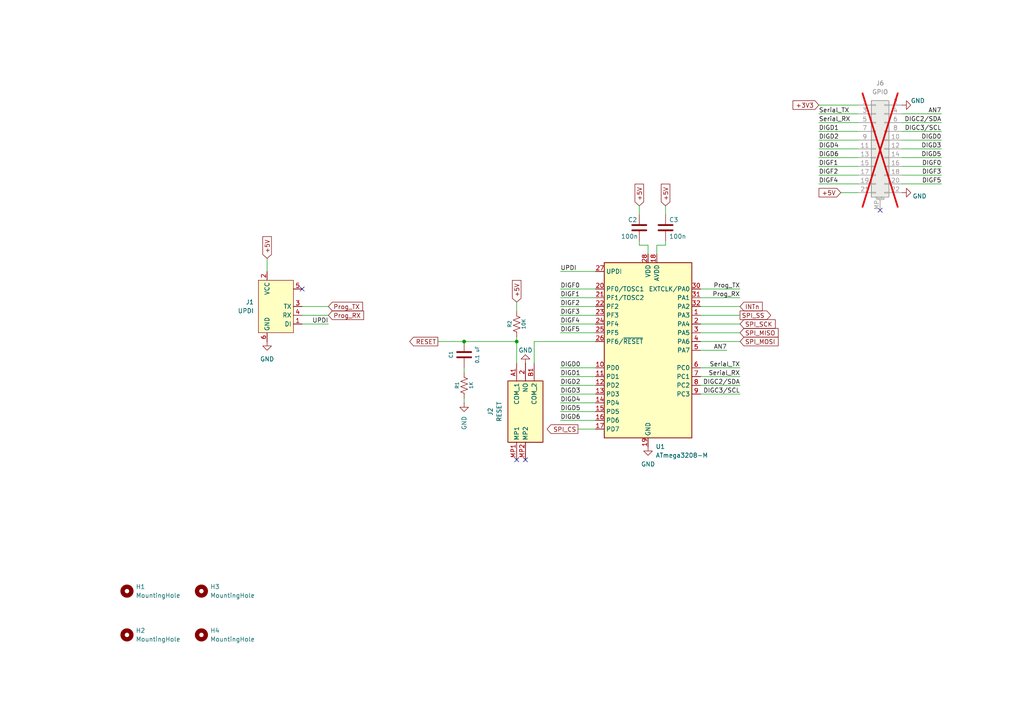
<source format=kicad_sch>
(kicad_sch (version 20231120) (generator "eeschema") (generator_version "8.0")
  (paper "A4")
  (lib_symbols
    (symbol "Buttons_Switches:EVP-AEDB2A"
      (property "Reference" "J" (at 24.13 7.62 0))
      (property "Value" "EVP-AEDB2A" (at 24.13 5.08 0))
      (symbol "EVP-AEDB2A_1_1"
        (rectangle (start 5.08 2.54) (end 22.86 -7.62) (stroke (width 0.254)) (fill (type background)))
        (pin passive line (at 27.94 -2.54 180) (length 5.08) (name "NO") (number "2"))
        (pin passive line (at 27.94 0 180) (length 5.08) (name "COM_1") (number "A1"))
        (pin passive line (at 27.94 -5.08 180) (length 5.08) (name "COM_2") (number "B1"))
        (pin passive line (at 0 0 0) (length 5.08) (name "MP1") (number "MP1"))
        (pin passive line (at 0 -2.54 0) (length 5.08) (name "MP2") (number "MP2"))
      )
    )
    (symbol "Connector:Conn_ARM_SWD_TagConnect_TC2030-NL" (in_bom no)
      (property "Reference" "J1" (at -6.35 1.2701 0))
      (property "Value" "UPDI" (at -6.35 -1.2699 0))
      (symbol "Conn_ARM_SWD_TagConnect_TC2030-NL_0_0"
        (pin bidirectional line (at 7.62 -5.08 180) (length 2.54) (name "DI") (number "1"))
        (pin power_in line (at -2.54 10.16 270) (length 2.54) (name "VCC") (number "2"))
        (pin output line (at 7.62 0 180) (length 2.54) (name "TX") (number "3"))
        (pin input line (at 7.62 -2.54 180) (length 2.54) (name "RX") (number "4"))
        (pin open_collector line (at 7.62 5.08 180) (length 2.54) (name "~") (number "5"))
        (pin power_in line (at -2.54 -10.16 90) (length 2.54) (name "GND") (number "6"))
      )
      (symbol "Conn_ARM_SWD_TagConnect_TC2030-NL_0_1"
        (rectangle (start -5.08 7.62) (end 5.08 -7.62) (fill (type background)))
      )
    )
    (symbol "Connector_Generic_MountingPin:Conn_02x11_Odd_Even_MountingPin" (pin_names (offset 1.016) hide)
      (property "Reference" "J" (at 1.27 15.24 0))
      (property "Value" "Conn_02x11_Odd_Even_MountingPin" (at 2.54 -15.24 0))
      (symbol "Conn_02x11_Odd_Even_MountingPin_1_1"
        (rectangle (start -1.27 -12.573) (end 0 -12.827) (stroke (width 0.1524)))
        (rectangle (start -1.27 -10.033) (end 0 -10.287) (stroke (width 0.1524)))
        (rectangle (start -1.27 -7.493) (end 0 -7.747) (stroke (width 0.1524)))
        (rectangle (start -1.27 -4.953) (end 0 -5.207) (stroke (width 0.1524)))
        (rectangle (start -1.27 -2.413) (end 0 -2.667) (stroke (width 0.1524)))
        (rectangle (start -1.27 0.127) (end 0 -0.127) (stroke (width 0.1524)))
        (rectangle (start -1.27 2.667) (end 0 2.413) (stroke (width 0.1524)))
        (rectangle (start -1.27 5.207) (end 0 4.953) (stroke (width 0.1524)))
        (rectangle (start -1.27 7.747) (end 0 7.493) (stroke (width 0.1524)))
        (rectangle (start -1.27 10.287) (end 0 10.033) (stroke (width 0.1524)))
        (rectangle (start -1.27 12.827) (end 0 12.573) (stroke (width 0.1524)))
        (rectangle (start -1.27 13.97) (end 3.81 -13.97) (stroke (width 0.254)) (fill (type background)))
        (polyline (pts (xy 0.254 -14.732) (xy 2.286 -14.732)) (stroke (width 0.1524)))
        (rectangle (start 3.81 -12.573) (end 2.54 -12.827) (stroke (width 0.1524)))
        (rectangle (start 3.81 -10.033) (end 2.54 -10.287) (stroke (width 0.1524)))
        (rectangle (start 3.81 -7.493) (end 2.54 -7.747) (stroke (width 0.1524)))
        (rectangle (start 3.81 -4.953) (end 2.54 -5.207) (stroke (width 0.1524)))
        (rectangle (start 3.81 -2.413) (end 2.54 -2.667) (stroke (width 0.1524)))
        (rectangle (start 3.81 0.127) (end 2.54 -0.127) (stroke (width 0.1524)))
        (rectangle (start 3.81 2.667) (end 2.54 2.413) (stroke (width 0.1524)))
        (rectangle (start 3.81 5.207) (end 2.54 4.953) (stroke (width 0.1524)))
        (rectangle (start 3.81 7.747) (end 2.54 7.493) (stroke (width 0.1524)))
        (rectangle (start 3.81 10.287) (end 2.54 10.033) (stroke (width 0.1524)))
        (rectangle (start 3.81 12.827) (end 2.54 12.573) (stroke (width 0.1524)))
        (text "Mounting" (at 1.27 -14.351 0) (effects (font (size 0.381 0.381))))
        (pin passive line (at -5.08 12.7 0) (length 3.81) (name "Pin_1") (number "1"))
        (pin passive line (at 7.62 2.54 180) (length 3.81) (name "Pin_10") (number "10"))
        (pin passive line (at -5.08 0 0) (length 3.81) (name "Pin_11") (number "11"))
        (pin passive line (at 7.62 0 180) (length 3.81) (name "Pin_12") (number "12"))
        (pin passive line (at -5.08 -2.54 0) (length 3.81) (name "Pin_13") (number "13"))
        (pin passive line (at 7.62 -2.54 180) (length 3.81) (name "Pin_14") (number "14"))
        (pin passive line (at -5.08 -5.08 0) (length 3.81) (name "Pin_15") (number "15"))
        (pin passive line (at 7.62 -5.08 180) (length 3.81) (name "Pin_16") (number "16"))
        (pin passive line (at -5.08 -7.62 0) (length 3.81) (name "Pin_17") (number "17"))
        (pin passive line (at 7.62 -7.62 180) (length 3.81) (name "Pin_18") (number "18"))
        (pin passive line (at -5.08 -10.16 0) (length 3.81) (name "Pin_19") (number "19"))
        (pin passive line (at 7.62 12.7 180) (length 3.81) (name "Pin_2") (number "2"))
        (pin passive line (at 7.62 -10.16 180) (length 3.81) (name "Pin_20") (number "20"))
        (pin passive line (at -5.08 -12.7 0) (length 3.81) (name "Pin_21") (number "21"))
        (pin passive line (at 7.62 -12.7 180) (length 3.81) (name "Pin_22") (number "22"))
        (pin passive line (at -5.08 10.16 0) (length 3.81) (name "Pin_3") (number "3"))
        (pin passive line (at 7.62 10.16 180) (length 3.81) (name "Pin_4") (number "4"))
        (pin passive line (at -5.08 7.62 0) (length 3.81) (name "Pin_5") (number "5"))
        (pin passive line (at 7.62 7.62 180) (length 3.81) (name "Pin_6") (number "6"))
        (pin passive line (at -5.08 5.08 0) (length 3.81) (name "Pin_7") (number "7"))
        (pin passive line (at 7.62 5.08 180) (length 3.81) (name "Pin_8") (number "8"))
        (pin passive line (at -5.08 2.54 0) (length 3.81) (name "Pin_9") (number "9"))
        (pin passive line (at 1.27 -17.78 90) (length 3.048) (name "MountPin") (number "MP"))
      )
    )
    (symbol "Device:C" (pin_numbers hide) (pin_names (offset 0.254))
      (property "Reference" "C" (at 0.635 2.54 0))
      (property "Value" "C" (at 0.635 -2.54 0))
      (symbol "C_0_1"
        (polyline (pts (xy -2.032 -0.762) (xy 2.032 -0.762)) (stroke (width 0.508)))
        (polyline (pts (xy -2.032 0.762) (xy 2.032 0.762)) (stroke (width 0.508)))
      )
      (symbol "C_1_1"
        (pin passive line (at 0 3.81 270) (length 2.794) (name "~") (number "1"))
        (pin passive line (at 0 -3.81 90) (length 2.794) (name "~") (number "2"))
      )
    )
    (symbol "Device:R_US" (pin_numbers hide) (pin_names (offset 0))
      (property "Reference" "R" (at 2.54 0 90))
      (property "Value" "R_US" (at -2.54 0 90))
      (symbol "R_US_0_1"
        (polyline (pts (xy 0 -2.286) (xy 0 -2.54)))
        (polyline (pts (xy 0 2.286) (xy 0 2.54)))
        (polyline (pts (xy 0 -0.762) (xy 1.016 -1.143) (xy 0 -1.524) (xy -1.016 -1.905) (xy 0 -2.286)))
        (polyline (pts (xy 0 0.762) (xy 1.016 0.381) (xy 0 0) (xy -1.016 -0.381) (xy 0 -0.762)))
        (polyline (pts (xy 0 2.286) (xy 1.016 1.905) (xy 0 1.524) (xy -1.016 1.143) (xy 0 0.762)))
      )
      (symbol "R_US_1_1"
        (pin passive line (at 0 3.81 270) (length 1.27) (name "~") (number "1"))
        (pin passive line (at 0 -3.81 90) (length 1.27) (name "~") (number "2"))
      )
    )
    (symbol "MCU_Microchip_ATmega:ATmega3208-M"
      (property "Reference" "U" (at -12.7 26.67 0))
      (property "Value" "ATmega3208-M" (at 2.54 -26.67 0))
      (symbol "ATmega3208-M_0_1"
        (rectangle (start -12.7 -25.4) (end 12.7 25.4) (stroke (width 0.254)) (fill (type background)))
      )
      (symbol "ATmega3208-M_1_1"
        (pin bidirectional line (at 15.24 10.16 180) (length 2.54) (name "PA3") (number "1"))
        (pin bidirectional line (at -15.24 -5.08 0) (length 2.54) (name "PD0") (number "10"))
        (pin bidirectional line (at -15.24 -7.62 0) (length 2.54) (name "PD1") (number "11"))
        (pin bidirectional line (at -15.24 -10.16 0) (length 2.54) (name "PD2") (number "12"))
        (pin bidirectional line (at -15.24 -12.7 0) (length 2.54) (name "PD3") (number "13"))
        (pin bidirectional line (at -15.24 -15.24 0) (length 2.54) (name "PD4") (number "14"))
        (pin bidirectional line (at -15.24 -17.78 0) (length 2.54) (name "PD5") (number "15"))
        (pin bidirectional line (at -15.24 -20.32 0) (length 2.54) (name "PD6") (number "16"))
        (pin bidirectional line (at -15.24 -22.86 0) (length 2.54) (name "PD7") (number "17"))
        (pin power_in line (at 2.54 27.94 270) (length 2.54) (name "AVDD") (number "18"))
        (pin power_in line (at 0 -27.94 90) (length 2.54) (name "GND") (number "19"))
        (pin bidirectional line (at 15.24 7.62 180) (length 2.54) (name "PA4") (number "2"))
        (pin bidirectional line (at -15.24 17.78 0) (length 2.54) (name "PF0/TOSC1") (number "20"))
        (pin bidirectional line (at -15.24 15.24 0) (length 2.54) (name "PF1/TOSC2") (number "21"))
        (pin bidirectional line (at -15.24 12.7 0) (length 2.54) (name "PF2") (number "22"))
        (pin bidirectional line (at -15.24 10.16 0) (length 2.54) (name "PF3") (number "23"))
        (pin bidirectional line (at -15.24 7.62 0) (length 2.54) (name "PF4") (number "24"))
        (pin bidirectional line (at -15.24 5.08 0) (length 2.54) (name "PF5") (number "25"))
        (pin bidirectional line (at -15.24 2.54 0) (length 2.54) (name "PF6/~{RESET}") (number "26"))
        (pin bidirectional line (at -15.24 22.86 0) (length 2.54) (name "UPDI") (number "27"))
        (pin power_in line (at 0 27.94 270) (length 2.54) (name "VDD") (number "28"))
        (pin passive line (at 0 -27.94 90) (length 2.54) hide (name "GND") (number "29"))
        (pin bidirectional line (at 15.24 5.08 180) (length 2.54) (name "PA5") (number "3"))
        (pin bidirectional line (at 15.24 17.78 180) (length 2.54) (name "EXTCLK/PA0") (number "30"))
        (pin bidirectional line (at 15.24 15.24 180) (length 2.54) (name "PA1") (number "31"))
        (pin bidirectional line (at 15.24 12.7 180) (length 2.54) (name "PA2") (number "32"))
        (pin passive line (at 0 -27.94 90) (length 2.54) hide (name "GND") (number "33"))
        (pin bidirectional line (at 15.24 2.54 180) (length 2.54) (name "PA6") (number "4"))
        (pin bidirectional line (at 15.24 0 180) (length 2.54) (name "PA7") (number "5"))
        (pin bidirectional line (at 15.24 -5.08 180) (length 2.54) (name "PC0") (number "6"))
        (pin bidirectional line (at 15.24 -7.62 180) (length 2.54) (name "PC1") (number "7"))
        (pin bidirectional line (at 15.24 -10.16 180) (length 2.54) (name "PC2") (number "8"))
        (pin bidirectional line (at 15.24 -12.7 180) (length 2.54) (name "PC3") (number "9"))
      )
    )
    (symbol "Mechanical:MountingHole" (pin_names (offset 1.016)) (exclude_from_sim yes) (in_bom no)
      (property "Reference" "H" (at 0 5.08 0))
      (property "Value" "MountingHole" (at 0 3.175 0))
      (symbol "MountingHole_0_1"
        (circle (center 0 0) (radius 1.27) (stroke (width 1.27)))
      )
    )
    (symbol "power:GND" (power) (pin_numbers hide) (pin_names (offset 0) hide)
      (property "Value" "GND" (at 0 -3.81 0))
      (symbol "GND_0_1"
        (polyline (pts (xy 0 0) (xy 0 -1.27) (xy 1.27 -1.27) (xy 0 -2.54) (xy -1.27 -1.27) (xy 0 -1.27)))
      )
      (symbol "GND_1_1"
        (pin power_in line (at 0 0 270) (length 0) (name "~") (number "1"))
      )
    )
  )
  (junction (at 134.62 99.06))
  (junction (at 149.86 99.06))
  (no_connect (at 152.4 133.35))
  (no_connect (at 255.27 60.96))
  (no_connect (at 87.63 83.82))
  (no_connect (at 149.86 133.35))
  (wire (pts (xy 203.2 93.98) (xy 214.63 93.98)))
  (wire (pts (xy 149.86 97.79) (xy 149.86 99.06)))
  (wire (pts (xy 203.2 111.76) (xy 214.63 111.76)))
  (wire (pts (xy 127 99.06) (xy 134.62 99.06)))
  (wire (pts (xy 273.05 45.72) (xy 261.62 45.72)))
  (wire (pts (xy 162.56 106.68) (xy 172.72 106.68)))
  (wire (pts (xy 185.42 71.12) (xy 187.96 71.12)))
  (wire (pts (xy 154.94 99.06) (xy 154.94 105.41)))
  (wire (pts (xy 203.2 86.36) (xy 214.63 86.36)))
  (wire (pts (xy 203.2 106.68) (xy 214.63 106.68)))
  (wire (pts (xy 185.42 69.85) (xy 185.42 71.12)))
  (wire (pts (xy 203.2 114.3) (xy 214.63 114.3)))
  (wire (pts (xy 203.2 101.6) (xy 210.82 101.6)))
  (wire (pts (xy 87.63 93.98) (xy 95.25 93.98)))
  (wire (pts (xy 162.56 86.36) (xy 172.72 86.36)))
  (wire (pts (xy 149.86 99.06) (xy 149.86 105.41)))
  (wire (pts (xy 261.62 33.02) (xy 273.05 33.02)))
  (wire (pts (xy 162.56 111.76) (xy 172.72 111.76)))
  (wire (pts (xy 162.56 91.44) (xy 172.72 91.44)))
  (wire (pts (xy 193.04 71.12) (xy 193.04 69.85)))
  (wire (pts (xy 237.49 53.34) (xy 248.92 53.34)))
  (wire (pts (xy 203.2 99.06) (xy 214.63 99.06)))
  (wire (pts (xy 134.62 99.06) (xy 149.86 99.06)))
  (wire (pts (xy 190.5 71.12) (xy 190.5 73.66)))
  (wire (pts (xy 162.56 93.98) (xy 172.72 93.98)))
  (wire (pts (xy 237.49 38.1) (xy 248.92 38.1)))
  (wire (pts (xy 162.56 119.38) (xy 172.72 119.38)))
  (wire (pts (xy 273.05 40.64) (xy 261.62 40.64)))
  (wire (pts (xy 77.47 74.93) (xy 77.47 78.74)))
  (wire (pts (xy 203.2 91.44) (xy 214.63 91.44)))
  (wire (pts (xy 154.94 99.06) (xy 172.72 99.06)))
  (wire (pts (xy 273.05 43.18) (xy 261.62 43.18)))
  (wire (pts (xy 87.63 91.44) (xy 95.25 91.44)))
  (wire (pts (xy 273.05 53.34) (xy 261.62 53.34)))
  (wire (pts (xy 162.56 88.9) (xy 172.72 88.9)))
  (wire (pts (xy 193.04 59.69) (xy 193.04 62.23)))
  (wire (pts (xy 187.96 71.12) (xy 187.96 73.66)))
  (wire (pts (xy 273.05 48.26) (xy 261.62 48.26)))
  (wire (pts (xy 162.56 109.22) (xy 172.72 109.22)))
  (wire (pts (xy 185.42 59.69) (xy 185.42 62.23)))
  (wire (pts (xy 203.2 96.52) (xy 214.63 96.52)))
  (wire (pts (xy 167.64 124.46) (xy 172.72 124.46)))
  (wire (pts (xy 261.62 38.1) (xy 273.05 38.1)))
  (wire (pts (xy 248.92 33.02) (xy 237.49 33.02)))
  (wire (pts (xy 203.2 88.9) (xy 214.63 88.9)))
  (wire (pts (xy 190.5 71.12) (xy 193.04 71.12)))
  (wire (pts (xy 162.56 96.52) (xy 172.72 96.52)))
  (wire (pts (xy 162.56 114.3) (xy 172.72 114.3)))
  (wire (pts (xy 237.49 43.18) (xy 248.92 43.18)))
  (wire (pts (xy 203.2 109.22) (xy 214.63 109.22)))
  (wire (pts (xy 248.92 30.48) (xy 237.49 30.48)))
  (wire (pts (xy 237.49 40.64) (xy 248.92 40.64)))
  (wire (pts (xy 149.86 87.63) (xy 149.86 90.17)))
  (wire (pts (xy 162.56 121.92) (xy 172.72 121.92)))
  (wire (pts (xy 237.49 45.72) (xy 248.92 45.72)))
  (wire (pts (xy 87.63 88.9) (xy 95.25 88.9)))
  (wire (pts (xy 162.56 83.82) (xy 172.72 83.82)))
  (wire (pts (xy 203.2 83.82) (xy 214.63 83.82)))
  (wire (pts (xy 162.56 116.84) (xy 172.72 116.84)))
  (wire (pts (xy 162.56 78.74) (xy 172.72 78.74)))
  (wire (pts (xy 134.62 107.95) (xy 134.62 106.68)))
  (wire (pts (xy 243.84 55.88) (xy 248.92 55.88)))
  (wire (pts (xy 237.49 50.8) (xy 248.92 50.8)))
  (wire (pts (xy 134.62 115.57) (xy 134.62 116.84)))
  (wire (pts (xy 273.05 50.8) (xy 261.62 50.8)))
  (wire (pts (xy 237.49 48.26) (xy 248.92 48.26)))
  (wire (pts (xy 261.62 35.56) (xy 273.05 35.56)))
  (wire (pts (xy 248.92 35.56) (xy 237.49 35.56)))
  (label "DIGC2/SDA" (at 273.05 35.56 180))
  (label "AN7" (at 210.82 101.6 180))
  (label "DIGD4" (at 237.49 43.18 0))
  (label "DIGF4" (at 162.56 93.98 0))
  (label "Prog_RX" (at 214.63 86.36 180))
  (label "DIGC3/SCL" (at 273.05 38.1 180))
  (label "Serial_TX" (at 237.49 33.02 0))
  (label "AN7" (at 273.05 33.02 180))
  (label "DIGD0" (at 273.05 40.64 180))
  (label "DIGF3" (at 162.56 91.44 0))
  (label "DIGF3" (at 273.05 50.8 180))
  (label "DIGD4" (at 162.56 116.84 0))
  (label "DIGD6" (at 162.56 121.92 0))
  (label "DIGD0" (at 162.56 106.68 0))
  (label "Serial_RX" (at 214.63 109.22 180))
  (label "DIGF4" (at 237.49 53.34 0))
  (label "DIGD2" (at 237.49 40.64 0))
  (label "DIGD3" (at 162.56 114.3 0))
  (label "DIGF0" (at 273.05 48.26 180))
  (label "DIGF5" (at 162.56 96.52 0))
  (label "Prog_TX" (at 214.63 83.82 180))
  (label "UPDI" (at 95.25 93.98 180))
  (label "DIGC3/SCL" (at 214.63 114.3 180))
  (label "DIGF2" (at 162.56 88.9 0))
  (label "DIGD2" (at 162.56 111.76 0))
  (label "DIGD1" (at 237.49 38.1 0))
  (label "DIGD6" (at 237.49 45.72 0))
  (label "DIGC2/SDA" (at 214.63 111.76 180))
  (label "DIGF5" (at 273.05 53.34 180))
  (label "DIGF1" (at 237.49 48.26 0))
  (label "Serial_TX" (at 214.63 106.68 180))
  (label "DIGD3" (at 273.05 43.18 180))
  (label "DIGD5" (at 162.56 119.38 0))
  (label "DIGD1" (at 162.56 109.22 0))
  (label "DIGD5" (at 273.05 45.72 180))
  (label "DIGF1" (at 162.56 86.36 0))
  (label "Serial_RX" (at 237.49 35.56 0))
  (label "DIGF2" (at 237.49 50.8 0))
  (label "UPDI" (at 162.56 78.74 0))
  (label "DIGF0" (at 162.56 83.82 0))
  (global_label "SPI_SS" (shape output) (at 214.63 91.44 0) (property "Intersheetrefs" "${INTERSHEET_REFS}" (effects (hide yes))))
  (global_label "Prog_RX" (shape input) (at 95.25 91.44 0) (property "Intersheetrefs" "${INTERSHEET_REFS}" (effects (hide yes))))
  (global_label "+5V" (shape input) (at 77.47 74.93 90) (property "Intersheetrefs" "${INTERSHEET_REFS}" (effects (hide yes))))
  (global_label "Prog_TX" (shape input) (at 95.25 88.9 0) (property "Intersheetrefs" "${INTERSHEET_REFS}" (effects (hide yes))))
  (global_label "+5V" (shape input) (at 243.84 55.88 180) (property "Intersheetrefs" "${INTERSHEET_REFS}" (effects (hide yes))))
  (global_label "+5V" (shape input) (at 149.86 87.63 90) (property "Intersheetrefs" "${INTERSHEET_REFS}" (effects (hide yes))))
  (global_label "RESET" (shape output) (at 127 99.06 180) (property "Intersheetrefs" "${INTERSHEET_REFS}" (effects (hide yes))))
  (global_label "+5V" (shape input) (at 193.04 59.69 90) (property "Intersheetrefs" "${INTERSHEET_REFS}" (effects (hide yes))))
  (global_label "SPI_MISO" (shape input) (at 214.63 96.52 0) (property "Intersheetrefs" "${INTERSHEET_REFS}" (effects (hide yes))))
  (global_label "+3V3" (shape input) (at 237.49 30.48 180) (property "Intersheetrefs" "${INTERSHEET_REFS}" (effects (hide yes))))
  (global_label "+5V" (shape input) (at 185.42 59.69 90) (property "Intersheetrefs" "${INTERSHEET_REFS}" (effects (hide yes))))
  (global_label "INTn" (shape input) (at 214.63 88.9 0) (property "Intersheetrefs" "${INTERSHEET_REFS}" (effects (hide yes))))
  (global_label "SPI_MOSI" (shape input) (at 214.63 99.06 0) (property "Intersheetrefs" "${INTERSHEET_REFS}" (effects (hide yes))))
  (global_label "SPI_CS" (shape output) (at 167.64 124.46 180) (property "Intersheetrefs" "${INTERSHEET_REFS}" (effects (hide yes))))
  (global_label "SPI_SCK" (shape input) (at 214.63 93.98 0) (property "Intersheetrefs" "${INTERSHEET_REFS}" (effects (hide yes))))
  (symbol (lib_id "power:GND") (at 152.4 105.41 180) (unit 1)
    (property "Reference" "#PWR03" (effects (hide yes)))
    (property "Value" "GND" (at 150.368 101.6 0) (effects (justify right)))
    (property "Description" "Power symbol creates a global label with name \"GND\" , ground" (effects (hide yes)))
  )
  (symbol (lib_id "Connector:Conn_ARM_SWD_TagConnect_TC2030-NL") (at 80.01 88.9 0) (unit 1) (in_bom no)
    (property "Reference" "J1" (at 73.66 87.6299 0) (effects (justify right)))
    (property "Value" "UPDI" (at 73.66 90.1699 0) (effects (justify right)))
    (property "Footprint" "Connector:Tag-Connect_TC2030-IDC-NL_2x03_P1.27mm_Vertical" (effects (hide yes)))
    (property "Datasheet" "https://www.tag-connect.com/wp-content/uploads/bsk-pdf-manager/TC2030-CTX_1.pdf" (effects (hide yes)))
    (property "Description" "Tag-Connect ARM Cortex SWD JTAG connector, 6 pin, no legs" (effects (hide yes)))
  )
  (symbol (lib_id "Device:C") (at 185.42 66.04 0) (unit 1)
    (property "Reference" "C2" (at 182.118 63.754 0) (effects (justify left)))
    (property "Value" "100n" (at 180.086 68.58 0) (effects (justify left)))
    (property "Footprint" "Capacitor_SMD:C_0402_1005Metric_Pad0.74x0.62mm_HandSolder" (effects (hide yes)))
    (property "Description" "Unpolarized capacitor" (effects (hide yes)))
  )
  (symbol (lib_id "power:GND") (at 187.96 129.54 0) (unit 1)
    (property "Reference" "#PWR04" (effects (hide yes)))
    (property "Value" "GND" (at 187.96 134.62 0))
    (property "Description" "Power symbol creates a global label with name \"GND\" , ground" (effects (hide yes)))
  )
  (symbol (lib_id "Connector_Generic_MountingPin:Conn_02x11_Odd_Even_MountingPin") (at 254 43.18 0) (unit 1) (dnp yes)
    (property "Reference" "J6" (at 255.27 24.13 0))
    (property "Value" "GPIO" (at 255.27 26.67 0))
    (property "Footprint" "Connector_PinHeader_2.54mm:PinHeader_2x11_P2.54mm_Vertical" (effects (hide yes)))
    (property "Description" "Generic connectable mounting pin connector, double row, 02x11, odd/even pin numbering scheme (row 1 odd numbers, row 2 even numbers), script generated (kicad-library-utils/schlib/autogen/connector/)" (effects (hide yes)))
  )
  (symbol (lib_id "Device:C") (at 134.62 102.87 180) (unit 1)
    (property "Reference" "C1" (at 130.81 102.87 90) (effects (font (size 1.016 1.016))))
    (property "Value" "0.1 uF" (at 138.43 102.87 90) (effects (font (size 1.016 1.016))))
    (property "Footprint" "Capacitor_SMD:C_0402_1005Metric_Pad0.74x0.62mm_HandSolder" (effects (hide yes)))
    (property "Datasheet" "http://images.ihscontent.net/vipimages/VipMasterIC/IC/KEME/KEMES10043/KEMES10043-1.pdf" (effects (hide yes)))
    (property "Description" "ATMEGA328P Reset Cap" (effects (hide yes)))
    (property "Characteristics" "CAPACITOR, CERAMIC, MULTILAYER, 100 V, X7R, 0.1 uF, SURFACE MOUNT, 0805, CHIP, ROHS COMPLIANT" (effects (hide yes)))
    (property "MFN" "Kemet" (effects (hide yes)))
    (property "Package ID" "SMD_0805" (effects (hide yes)))
    (property "Source" "ANY" (effects (hide yes)))
    (property "Critical" "N" (effects (hide yes)))
    (property "Subsystem" "328P_Sub" (effects (hide yes)))
    (property "MPN" "C0805C104K1RACAUTO" (effects (hide yes)))
  )
  (symbol (lib_id "Mechanical:MountingHole") (at 36.83 171.45 0) (unit 1) (exclude_from_sim yes) (in_bom no)
    (property "Reference" "H1" (at 39.37 170.1799 0) (effects (justify left)))
    (property "Value" "MountingHole" (at 39.37 172.7199 0) (effects (justify left)))
    (property "Footprint" "MountingPoints:RPI_MountingHole" (effects (hide yes)))
    (property "Description" "Mounting Hole without connection" (effects (hide yes)))
  )
  (symbol (lib_id "power:GND") (at 261.62 30.48 90) (unit 1)
    (property "Reference" "#PWR022" (effects (hide yes)))
    (property "Value" "GND" (at 264.16 29.21 90) (effects (justify right)))
    (property "Description" "Power symbol creates a global label with name \"GND\" , ground" (effects (hide yes)))
  )
  (symbol (lib_id "Mechanical:MountingHole") (at 36.83 184.15 0) (unit 1) (exclude_from_sim yes) (in_bom no)
    (property "Reference" "H2" (at 39.37 182.8799 0) (effects (justify left)))
    (property "Value" "MountingHole" (at 39.37 185.4199 0) (effects (justify left)))
    (property "Footprint" "MountingPoints:RPI_MountingHole" (effects (hide yes)))
    (property "Description" "Mounting Hole without connection" (effects (hide yes)))
  )
  (symbol (lib_id "power:GND") (at 77.47 99.06 0) (unit 1)
    (property "Reference" "#PWR01" (effects (hide yes)))
    (property "Value" "GND" (at 77.47 104.14 0))
    (property "Description" "Power symbol creates a global label with name \"GND\" , ground" (effects (hide yes)))
  )
  (symbol (lib_id "power:GND") (at 261.62 55.88 90) (unit 1)
    (property "Reference" "#PWR023" (effects (hide yes)))
    (property "Value" "GND" (at 264.668 56.896 90) (effects (justify right)))
    (property "Description" "Power symbol creates a global label with name \"GND\" , ground" (effects (hide yes)))
  )
  (symbol (lib_id "Mechanical:MountingHole") (at 58.42 171.45 0) (unit 1) (exclude_from_sim yes) (in_bom no)
    (property "Reference" "H3" (at 60.96 170.1799 0) (effects (justify left)))
    (property "Value" "MountingHole" (at 60.96 172.7199 0) (effects (justify left)))
    (property "Footprint" "MountingPoints:RPI_MountingHole" (effects (hide yes)))
    (property "Description" "Mounting Hole without connection" (effects (hide yes)))
  )
  (symbol (lib_id "Buttons_Switches:EVP-AEDB2A") (at 149.86 133.35 90) (unit 1)
    (property "Reference" "J2" (at 142.24 119.38 0))
    (property "Value" "RESET" (at 144.78 119.38 0))
    (property "Footprint" "Button_Switch_Sidemount:EVPAEDB2A" (effects (hide yes)))
    (property "Datasheet" "https://www.arrow.com/en/products/evp-aedb2a/panasonic" (effects (hide yes)))
    (property "Description" "Black Push Plate Tact Switch, SPST 20 mA @ 15 V dc 2.2mm Edge Mount" (effects (hide yes)))
    (property "Height" "2.8" (effects (hide yes)))
    (property "Mouser Part Number" "667-EVP-AEDB2A" (effects (hide yes)))
    (property "Mouser Price/Stock" "https://www.mouser.co.uk/ProductDetail/Panasonic/EVP-AEDB2A?qs=mFiwjbTXGPWiclS9q%2FlIXA%3D%3D" (effects (hide yes)))
    (property "Manufacturer_Name" "Panasonic" (effects (hide yes)))
    (property "Manufacturer_Part_Number" "EVP-AEDB2A" (effects (hide yes)))
  )
  (symbol (lib_id "MCU_Microchip_ATmega:ATmega3208-M") (at 187.96 101.6 0) (unit 1)
    (property "Reference" "U1" (at 190.1541 129.54 0) (effects (justify left)))
    (property "Value" "ATmega3208-M" (at 190.1541 132.08 0) (effects (justify left)))
    (property "Footprint" "Package_DFN_QFN:QFN-32-1EP_5x5mm_P0.5mm_EP3.1x3.1mm_ThermalVias" (effects (hide yes)))
    (property "Datasheet" "http://ww1.microchip.com/downloads/en/DeviceDoc/40002017A.pdf" (effects (hide yes)))
    (property "Description" "20MHz, 32kB Flash, 4kB SRAM, 256B EEPROM, VQFN-32" (effects (hide yes)))
  )
  (symbol (lib_id "Device:C") (at 193.04 66.04 0) (unit 1)
    (property "Reference" "C3" (at 194.056 63.754 0) (effects (justify left)))
    (property "Value" "100n" (at 194.056 68.58 0) (effects (justify left)))
    (property "Footprint" "Capacitor_SMD:C_0402_1005Metric_Pad0.74x0.62mm_HandSolder" (effects (hide yes)))
    (property "Description" "Unpolarized capacitor" (effects (hide yes)))
  )
  (symbol (lib_id "Mechanical:MountingHole") (at 58.42 184.15 0) (unit 1) (exclude_from_sim yes) (in_bom no)
    (property "Reference" "H4" (at 60.96 182.8799 0) (effects (justify left)))
    (property "Value" "MountingHole" (at 60.96 185.4199 0) (effects (justify left)))
    (property "Footprint" "MountingPoints:RPI_MountingHole" (effects (hide yes)))
    (property "Description" "Mounting Hole without connection" (effects (hide yes)))
  )
  (symbol (lib_id "Device:R_US") (at 149.86 93.98 180) (unit 1)
    (property "Reference" "R2" (at 147.828 93.98 90) (effects (font (size 1.016 1.016))))
    (property "Value" "10K" (at 151.892 93.98 90) (effects (font (size 1.016 1.016))))
    (property "Footprint" "Resistor_SMD:R_0402_1005Metric_Pad0.72x0.64mm_HandSolder" (effects (hide yes)))
    (property "Description" "Resistor, US symbol" (effects (hide yes)))
    (property "Characteristics" "RESISTOR, METAL GLAZE/THICK FILM, 0.125W, 5%, 200ppm, 10000ohm, SURFACE MOUNT, 0805" (effects (hide yes)))
    (property "MFN" "Vishay" (effects (hide yes)))
    (property "Package ID" "SMD_0805" (effects (hide yes)))
    (property "Source" "ANY" (effects (hide yes)))
    (property "Critical" "N" (effects (hide yes)))
    (property "Subsystem" "328P_Sub" (effects (hide yes)))
    (property "MPN" "CRCW080510K0JNEA" (effects (hide yes)))
  )
  (symbol (lib_id "Device:R_US") (at 134.62 111.76 180) (unit 1)
    (property "Reference" "R1" (at 132.588 111.76 90) (effects (font (size 1.016 1.016))))
    (property "Value" "1K" (at 136.652 111.76 90) (effects (font (size 1.016 1.016))))
    (property "Footprint" "Resistor_SMD:R_0402_1005Metric_Pad0.72x0.64mm_HandSolder" (effects (hide yes)))
    (property "Description" "Resistor, US symbol" (effects (hide yes)))
    (property "Characteristics" "METAL GLAZE/THICK FILM, 0.125W, 5%, 200ppm, 1000ohm, SURFACE MOUNT, 0805," (effects (hide yes)))
    (property "MFN" "Vishay" (effects (hide yes)))
    (property "Package ID" "SMD_0805" (effects (hide yes)))
    (property "Source" "ANY" (effects (hide yes)))
    (property "Critical" "N" (effects (hide yes)))
    (property "Subsystem" "328P_Sub" (effects (hide yes)))
    (property "MPN" "CRCW08051K00JNEA" (effects (hide yes)))
  )
  (symbol (lib_id "power:GND") (at 134.62 116.84 0) (unit 1)
    (property "Reference" "#PWR02" (effects (hide yes)))
    (property "Value" "GND" (at 134.6199 120.65 90) (effects (justify right)))
    (property "Description" "Power symbol creates a global label with name \"GND\" , ground" (effects (hide yes)))
  )
  (sheet (at 306.07 1.27) (size 109.22 60.96) (stroke (width 0.1524))
    (property "Sheetname" "ethernet" (at 306.07 0.5584 0) (effects (justify left bottom)))
    (property "Sheetfile" "ethernet.kicad_sch" (at 306.07 62.8146 0) (effects (justify left top)))
  )
  (sheet (at 306.07 146.05) (size 110.49 63.5) (stroke (width 0.1524))
    (property "Sheetname" "Power" (at 306.07 145.3384 0) (effects (justify left bottom)))
    (property "Sheetfile" "power.kicad_sch" (at 306.07 210.1346 0) (effects (justify left top)))
  )
  (sheet (at 306.07 73.66) (size 109.22 60.96) (stroke (width 0.1524))
    (property "Sheetname" "MicroSD" (at 306.07 72.9484 0) (effects (justify left bottom)))
    (property "Sheetfile" "microsd.kicad_sch" (at 306.07 135.2046 0) (effects (justify left top)))
  )
)
</source>
